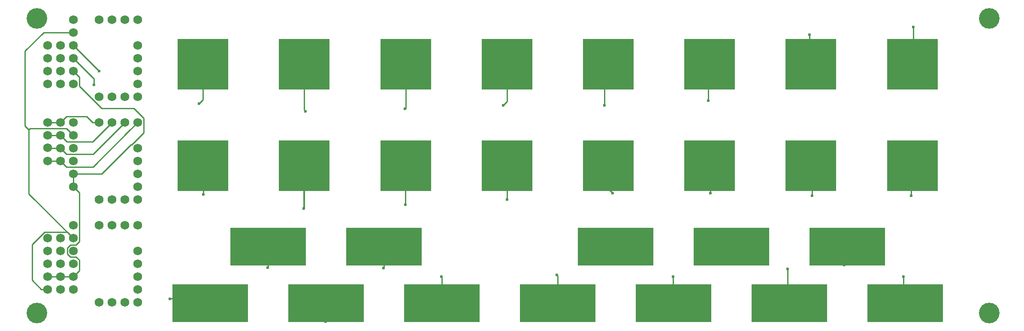
<source format=gbr>
G04 #@! TF.FileFunction,Copper,L1,Top,Signal*
%FSLAX46Y46*%
G04 Gerber Fmt 4.6, Leading zero omitted, Abs format (unit mm)*
G04 Created by KiCad (PCBNEW 4.0.4-stable) date 11/21/16 14:20:49*
%MOMM*%
%LPD*%
G01*
G04 APERTURE LIST*
%ADD10C,0.100000*%
%ADD11C,1.727200*%
%ADD12C,4.064000*%
%ADD13R,15.000000X7.500000*%
%ADD14R,10.000000X10.000000*%
%ADD15C,0.600000*%
%ADD16C,0.250000*%
G04 APERTURE END LIST*
D10*
D11*
X7620000Y53340000D03*
X7620000Y55880000D03*
X7620000Y50800000D03*
X5080000Y48260000D03*
X10160000Y40640000D03*
X10160000Y38100000D03*
X10160000Y35560000D03*
X10160000Y33020000D03*
X10160000Y30480000D03*
X10160000Y27940000D03*
X15240000Y40640000D03*
X17780000Y40640000D03*
X22860000Y40640000D03*
X20320000Y40640000D03*
X22860000Y30480000D03*
X22860000Y27940000D03*
X22860000Y25400000D03*
X22860000Y35560000D03*
X22860000Y33020000D03*
X17780000Y25400000D03*
X15240000Y25400000D03*
X20320000Y25400000D03*
X7620000Y40640000D03*
X7620000Y38100000D03*
X7620000Y35560000D03*
X7620000Y33020000D03*
D12*
X3000000Y3000000D03*
D11*
X10160000Y60960000D03*
X10160000Y58420000D03*
X10160000Y55880000D03*
X10160000Y53340000D03*
X10160000Y50800000D03*
X10160000Y48260000D03*
X15240000Y60960000D03*
X17780000Y60960000D03*
X22860000Y60960000D03*
X20320000Y60960000D03*
X22860000Y50800000D03*
X22860000Y48260000D03*
X22860000Y45720000D03*
X22860000Y55880000D03*
X22860000Y53340000D03*
X17780000Y45720000D03*
X15240000Y45720000D03*
X20320000Y45720000D03*
D13*
X37188600Y4875000D03*
X48617100Y16125000D03*
X82903000Y4875000D03*
X60045800Y4875000D03*
X71474400Y16125000D03*
X128617400Y4875000D03*
X105760200Y4875000D03*
X117188800Y16125000D03*
X140046000Y16125000D03*
X162903200Y16125000D03*
X151474600Y4875000D03*
X174331800Y4875000D03*
D14*
X175760000Y32125000D03*
X155760000Y32125000D03*
X135760000Y32125000D03*
X115760000Y32125000D03*
X95760000Y32125000D03*
X75760000Y32125000D03*
X55760000Y32125000D03*
X35760000Y32125000D03*
X175760000Y52125000D03*
X155760000Y52125000D03*
X135760000Y52125000D03*
X115760000Y52125000D03*
X95760000Y52125000D03*
X75760000Y52125000D03*
X55760000Y52125000D03*
X35760000Y52125000D03*
D11*
X10160000Y20320000D03*
X10160000Y17780000D03*
X10160000Y15240000D03*
X10160000Y12700000D03*
X10160000Y10160000D03*
X10160000Y7620000D03*
X15240000Y20320000D03*
X17780000Y20320000D03*
X22860000Y20320000D03*
X20320000Y20320000D03*
X22860000Y10160000D03*
X22860000Y7620000D03*
X22860000Y5080000D03*
X22860000Y15240000D03*
X22860000Y12700000D03*
X17780000Y5080000D03*
X15240000Y5080000D03*
X20320000Y5080000D03*
D12*
X3000000Y61250000D03*
X190960000Y61250000D03*
X190960000Y3000000D03*
D11*
X7620000Y15240000D03*
X7620000Y7620000D03*
X7620000Y17780000D03*
X7620000Y12700000D03*
X7620000Y10160000D03*
X5080000Y15240000D03*
X5080000Y7620000D03*
X5080000Y17780000D03*
X7620000Y48260000D03*
X5080000Y50800000D03*
X5080000Y53340000D03*
X5080000Y55880000D03*
X5080000Y33020000D03*
X5080000Y35669999D03*
X5080000Y38100000D03*
X5080000Y40640000D03*
X5080000Y12700000D03*
X5080000Y10160000D03*
D15*
X35000000Y44374990D03*
X56000000Y42874990D03*
X75663764Y43370980D03*
X95000000Y44000000D03*
X115000000Y44000000D03*
X135500000Y45000000D03*
X155500000Y58000000D03*
X176000000Y59500000D03*
X35814000Y26416000D03*
X55626000Y23586389D03*
X75692000Y24384000D03*
X95758000Y25400000D03*
X116586000Y26670000D03*
X135890000Y26670000D03*
X155956000Y26162000D03*
X175514000Y26162000D03*
X173990000Y10160000D03*
X162306000Y12446000D03*
X139700000Y12954000D03*
X151130000Y11684000D03*
X105623127Y10496951D03*
X82804000Y10160000D03*
X71374000Y11878979D03*
X128524000Y10160000D03*
X117094000Y12954000D03*
X48514002Y11938000D03*
X29214271Y5724373D03*
X59944000Y1270000D03*
X15240000Y50800000D03*
X14230444Y48059682D03*
D16*
X642999Y54744999D02*
X4318000Y58420000D01*
X4318000Y58420000D02*
X10160000Y58420000D01*
X1397000Y39243000D02*
X642999Y39997001D01*
X642999Y39997001D02*
X642999Y54744999D01*
X1397000Y39243000D02*
X1605399Y39451399D01*
X1605399Y39451399D02*
X8808601Y39451399D01*
X8808601Y39451399D02*
X9296401Y38963599D01*
X9296401Y38963599D02*
X10160000Y38100000D01*
X1397000Y26543000D02*
X1397000Y39243000D01*
X10160000Y17780000D02*
X1397000Y26543000D01*
X2032000Y9446686D02*
X2032000Y16491130D01*
X2032000Y16491130D02*
X4509471Y18968601D01*
X4509471Y18968601D02*
X8971399Y18968601D01*
X9296401Y18643599D02*
X10160000Y17780000D01*
X8971399Y18968601D02*
X9296401Y18643599D01*
X5080000Y7620000D02*
X3858686Y7620000D01*
X3858686Y7620000D02*
X2032000Y9446686D01*
X35299999Y44674989D02*
X35000000Y44374990D01*
X35760000Y45134990D02*
X35299999Y44674989D01*
X35760000Y52125000D02*
X35760000Y45134990D01*
X55760000Y43114990D02*
X56000000Y42874990D01*
X55760000Y52125000D02*
X55760000Y43114990D01*
X75760000Y43467216D02*
X75663764Y43370980D01*
X75760000Y52125000D02*
X75760000Y43467216D01*
X95760000Y44760000D02*
X95299999Y44299999D01*
X95760000Y52125000D02*
X95760000Y44760000D01*
X95299999Y44299999D02*
X95000000Y44000000D01*
X115000000Y44000000D02*
X115000000Y51365000D01*
X115000000Y51365000D02*
X115760000Y52125000D01*
X135500000Y45000000D02*
X135500000Y51865000D01*
X135500000Y51865000D02*
X135760000Y52125000D01*
X155500000Y58000000D02*
X155500000Y52385000D01*
X155500000Y52385000D02*
X155760000Y52125000D01*
X176000000Y59500000D02*
X176000000Y52365000D01*
X176000000Y52365000D02*
X175760000Y52125000D01*
X35814000Y26416000D02*
X35814000Y32071000D01*
X35814000Y32071000D02*
X35760000Y32125000D01*
X55760000Y32125000D02*
X55760000Y23720389D01*
X55760000Y23720389D02*
X55626000Y23586389D01*
X55626000Y31991000D02*
X55626000Y23586389D01*
X75692000Y24384000D02*
X75692000Y32057000D01*
X75692000Y32057000D02*
X75760000Y32125000D01*
X95758000Y25400000D02*
X95758000Y32123000D01*
X95758000Y32123000D02*
X95760000Y32125000D01*
X116586000Y26670000D02*
X115760000Y27496000D01*
X115760000Y27496000D02*
X115760000Y32125000D01*
X135890000Y26670000D02*
X135890000Y31995000D01*
X135890000Y31995000D02*
X135760000Y32125000D01*
X155956000Y26162000D02*
X155956000Y31929000D01*
X155956000Y31929000D02*
X155760000Y32125000D01*
X175514000Y26162000D02*
X175514000Y31879000D01*
X175514000Y31879000D02*
X175760000Y32125000D01*
X173990000Y10160000D02*
X173990000Y6216800D01*
X173990000Y6216800D02*
X174331800Y5875000D01*
X162306000Y12446000D02*
X162306000Y16527800D01*
X162306000Y16527800D02*
X162903200Y17125000D01*
X139700000Y12954000D02*
X140046000Y13300000D01*
X140046000Y13300000D02*
X140046000Y17125000D01*
X151130000Y11684000D02*
X151130000Y6219600D01*
X151130000Y6219600D02*
X151474600Y5875000D01*
X105760200Y10359878D02*
X105623127Y10496951D01*
X105760200Y5875000D02*
X105760200Y10359878D01*
X82804000Y9974000D02*
X82804000Y10160000D01*
X82903000Y9875000D02*
X82804000Y9974000D01*
X82903000Y5875000D02*
X82903000Y9875000D01*
X71474400Y11979379D02*
X71374000Y11878979D01*
X71474400Y17125000D02*
X71474400Y11979379D01*
X128524000Y10160000D02*
X128524000Y5968400D01*
X128524000Y5968400D02*
X128617400Y5875000D01*
X117094000Y12954000D02*
X117094000Y17030200D01*
X117094000Y17030200D02*
X117188800Y17125000D01*
X48617100Y17125000D02*
X48617100Y12041098D01*
X48617100Y12041098D02*
X48514002Y11938000D01*
X37188600Y5875000D02*
X29364898Y5875000D01*
X29364898Y5875000D02*
X29214271Y5724373D01*
X59944000Y1270000D02*
X59944000Y5773200D01*
X59944000Y5773200D02*
X60045800Y5875000D01*
X7620000Y33020000D02*
X8808601Y31831399D01*
X8808601Y31831399D02*
X14051399Y31831399D01*
X14051399Y31831399D02*
X21221388Y39001388D01*
X21221388Y39001388D02*
X22860000Y40640000D01*
X7620000Y33020000D02*
X5080000Y33020000D01*
X20320000Y40640000D02*
X14051399Y34371399D01*
X14051399Y34371399D02*
X8808601Y34371399D01*
X8808601Y34371399D02*
X8483599Y34696401D01*
X8483599Y34696401D02*
X7620000Y35560000D01*
X7620000Y35560000D02*
X5189999Y35560000D01*
X5189999Y35560000D02*
X5080000Y35669999D01*
X7620000Y38100000D02*
X6398686Y38100000D01*
X6398686Y38100000D02*
X5080000Y38100000D01*
X13970000Y36830000D02*
X8890000Y36830000D01*
X8890000Y36830000D02*
X7620000Y38100000D01*
X17780000Y40640000D02*
X13970000Y36830000D01*
X7620000Y40640000D02*
X6398686Y40640000D01*
X6398686Y40640000D02*
X5080000Y40640000D01*
X15240000Y40640000D02*
X14018686Y40640000D01*
X14018686Y40640000D02*
X12830085Y41828601D01*
X12830085Y41828601D02*
X8808601Y41828601D01*
X8808601Y41828601D02*
X8483599Y41503599D01*
X8483599Y41503599D02*
X7620000Y40640000D01*
X10160000Y55880000D02*
X15240000Y50800000D01*
X14230444Y49269556D02*
X14230444Y48483946D01*
X14230444Y48483946D02*
X14230444Y48059682D01*
X10160000Y53340000D02*
X14230444Y49269556D01*
X10160000Y30480000D02*
X15748000Y30480000D01*
X24048601Y41483399D02*
X22098000Y43434000D01*
X15748000Y30480000D02*
X21542988Y36274988D01*
X15766870Y43434000D02*
X11348601Y47852269D01*
X21542988Y36274988D02*
X21671399Y36274988D01*
X11348601Y47852269D02*
X11348601Y49611399D01*
X21671399Y36274988D02*
X24048601Y38652190D01*
X22098000Y43434000D02*
X15766870Y43434000D01*
X24048601Y38652190D02*
X24048601Y41483399D01*
X11348601Y49611399D02*
X11023599Y49936401D01*
X11023599Y49936401D02*
X10160000Y50800000D01*
X11348601Y26751399D02*
X11023599Y27076401D01*
X8971399Y14669471D02*
X8971399Y15810529D01*
X8971399Y15810529D02*
X9590881Y16430011D01*
X10730529Y14051399D02*
X9589471Y14051399D01*
X11023599Y27076401D02*
X10160000Y27940000D01*
X10713601Y16430011D02*
X11348601Y17065011D01*
X11348601Y13433327D02*
X10730529Y14051399D01*
X9589471Y14051399D02*
X8971399Y14669471D01*
X11348601Y11348601D02*
X11348601Y13433327D01*
X11348601Y17065011D02*
X11348601Y26751399D01*
X9590881Y16430011D02*
X10713601Y16430011D01*
X10160000Y10160000D02*
X11348601Y11348601D01*
X10160000Y27940000D02*
X10160000Y30480000D01*
X7620000Y10160000D02*
X8841314Y10160000D01*
X8841314Y10160000D02*
X10160000Y10160000D01*
X5080000Y10160000D02*
X7620000Y10160000D01*
M02*

</source>
